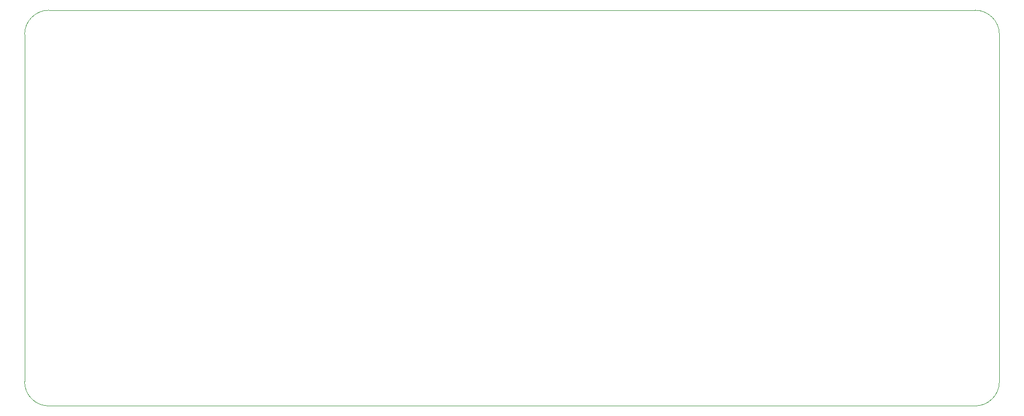
<source format=gm1>
G04 #@! TF.GenerationSoftware,KiCad,Pcbnew,8.0.0-rc1*
G04 #@! TF.CreationDate,2025-12-23T23:51:37+01:00*
G04 #@! TF.ProjectId,Pneumatic control unit system,506e6575-6d61-4746-9963-20636f6e7472,rev?*
G04 #@! TF.SameCoordinates,Original*
G04 #@! TF.FileFunction,Profile,NP*
%FSLAX46Y46*%
G04 Gerber Fmt 4.6, Leading zero omitted, Abs format (unit mm)*
G04 Created by KiCad (PCBNEW 8.0.0-rc1) date 2025-12-23 23:51:37*
%MOMM*%
%LPD*%
G01*
G04 APERTURE LIST*
G04 #@! TA.AperFunction,Profile*
%ADD10C,0.050000*%
G04 #@! TD*
G04 APERTURE END LIST*
D10*
X90000000Y-88000000D02*
X90000000Y-31000000D01*
X250000000Y-88000000D02*
G75*
G02*
X246000000Y-92000000I-4000000J0D01*
G01*
X250000000Y-31000000D02*
X250000000Y-88000000D01*
X94000000Y-92000000D02*
G75*
G02*
X90000000Y-88000000I0J4000000D01*
G01*
X246000000Y-27000000D02*
G75*
G02*
X250000000Y-31000000I0J-4000000D01*
G01*
X90000000Y-31000000D02*
G75*
G02*
X94000000Y-27000000I4000000J0D01*
G01*
X246000000Y-92000000D02*
X94000000Y-92000000D01*
X94000000Y-27000000D02*
X246000000Y-27000000D01*
M02*

</source>
